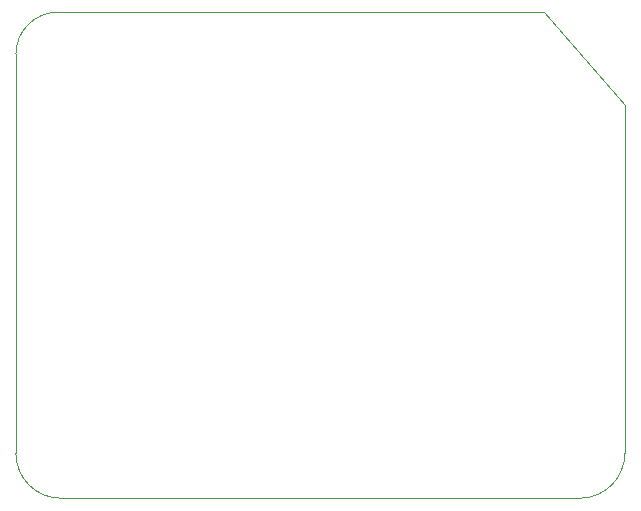
<source format=gbr>
G04 #@! TF.GenerationSoftware,KiCad,Pcbnew,(5.1.10)-1*
G04 #@! TF.CreationDate,2021-08-26T14:38:58-04:00*
G04 #@! TF.ProjectId,electronics,656c6563-7472-46f6-9e69-63732e6b6963,rev?*
G04 #@! TF.SameCoordinates,PX56f6350PY3832b80*
G04 #@! TF.FileFunction,Profile,NP*
%FSLAX46Y46*%
G04 Gerber Fmt 4.6, Leading zero omitted, Abs format (unit mm)*
G04 Created by KiCad (PCBNEW (5.1.10)-1) date 2021-08-26 14:38:58*
%MOMM*%
%LPD*%
G01*
G04 APERTURE LIST*
G04 #@! TA.AperFunction,Profile*
%ADD10C,0.100000*%
G04 #@! TD*
G04 APERTURE END LIST*
D10*
X3810000Y0D02*
G75*
G02*
X0Y3810000I0J3810000D01*
G01*
X51562000Y3810000D02*
G75*
G02*
X47752000Y0I-3810000J0D01*
G01*
X44704000Y41148000D02*
X51562000Y33274000D01*
X0Y37592000D02*
G75*
G02*
X3556000Y41148000I3556000J0D01*
G01*
X51562000Y33274000D02*
X51562000Y3810000D01*
X3556000Y41148000D02*
X44704000Y41148000D01*
X0Y3810000D02*
X0Y37592000D01*
X47752000Y0D02*
X3810000Y0D01*
M02*

</source>
